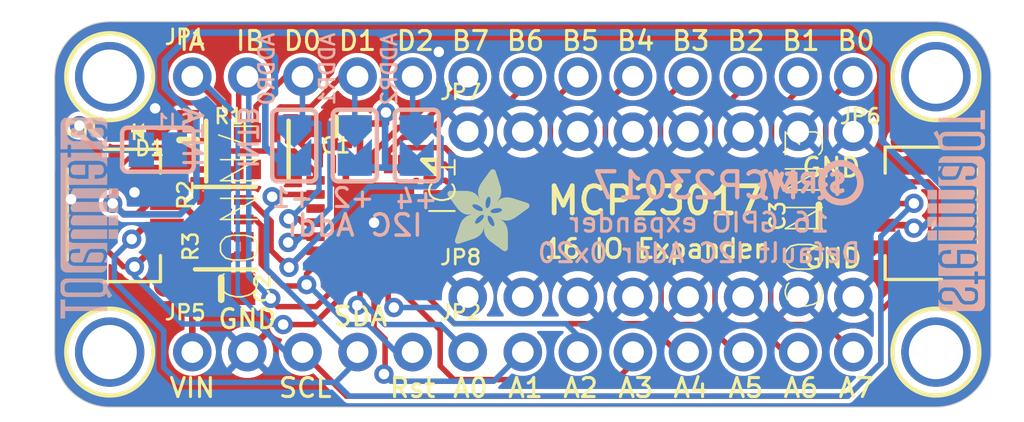
<source format=kicad_pcb>
(kicad_pcb (version 20221018) (generator pcbnew)
  (layers (0 "F.Cu" signal) (31 "B.Cu" signal) (34 "B.Paste" user) (35 "F.Paste" user) (36 "B.SilkS" user "B.Silkscreen") (37 "F.SilkS" user "F.Silkscreen") (38 "B.Mask" user) (39 "F.Mask" user) (44 "Edge.Cuts" user))
  (net 0 "")
  (net 1 "GND")
  (net 2 "SDA")
  (net 3 "SCL")
  (net 4 "RESET")
  (net 5 "VCC")
  (net 6 "N$1")
  (net 7 "GPA0")
  (net 8 "GPA1")
  (net 9 "GPA2")
  (net 10 "GPA3")
  (net 11 "GPA4")
  (net 12 "GPA5")
  (net 13 "GPA6")
  (net 14 "GPA7")
  (net 15 "GPB0")
  (net 16 "GPB1")
  (net 17 "GPB2")
  (net 18 "GPB3")
  (net 19 "GPB4")
  (net 20 "GPB5")
  (net 21 "GPB6")
  (net 22 "GPB7")
  (net 23 "INTA")
  (net 24 "INTB")
  (net 25 "A0")
  (net 26 "A1")
  (net 27 "A2")
  (net 28 "N$2")
  (footprint "working:RESPACK_4X0603" (layer "F.Cu") (at 134.7851 105.6386 90)
    (fp_text reference "R3")
    (fp_text value "10K")
  )
  (footprint "working:MOUNTINGHOLE_2.5_PLATED" (layer "F.Cu") (at 167.5511 111.3536)
    (fp_text reference "U$21" hide)
    (fp_text value "MOUNTINGHOLE2.5" hide)
  )
  (footprint "working:MOUNTINGHOLE_2.5_PLATED" (layer "F.Cu") (at 129.4511 98.6536)
    (fp_text reference "U$1" hide)
    (fp_text value "MOUNTINGHOLE2.5" hide)
  )
  (footprint "working:FIDUCIAL_1MM" (layer "F.Cu") (at 165.9636 101.6381)
    (fp_text reference "FID4" hide)
    (fp_text value "FIDUCIAL_1MM" hide)
  )
  (footprint "working:JST_SH4" (layer "F.Cu") (at 167.4241 105.0036 90)
    (fp_text reference "CONN3")
    (fp_text value "STEMMA_I2C_QT" hide)
  )
  (footprint "working:1X08_ROUND_70" (layer "F.Cu") (at 154.8511 108.8136)
    (fp_text reference "JP8")
    (fp_text value "")
  )
  (footprint "working:1X05_ROUND_70" (layer "F.Cu") (at 138.3411 98.6536)
    (fp_text reference "JP1")
    (fp_text value "")
  )
  (footprint "working:MOUNTINGHOLE_2.5_PLATED" (layer "F.Cu") (at 129.4511 111.3536)
    (fp_text reference "U$19" hide)
    (fp_text value "MOUNTINGHOLE2.5" hide)
  )
  (footprint "working:1X08_ROUND_70" (layer "F.Cu") (at 154.8511 101.1936)
    (fp_text reference "JP7")
    (fp_text value "")
  )
  (footprint "working:QFN28-ML_6X6MM" (layer "F.Cu") (at 141.6431 105.3846 -90)
    (fp_text reference "IC1")
    (fp_text value "MCP23017ML")
  )
  (footprint "working:1X08_ROUND_70" (layer "F.Cu") (at 154.8511 98.6536 180)
    (fp_text reference "JP6")
    (fp_text value "")
  )
  (footprint "working:MOUNTINGHOLE_2.5_PLATED" (layer "F.Cu") (at 167.5511 98.6536)
    (fp_text reference "U$17" hide)
    (fp_text value "MOUNTINGHOLE2.5" hide)
  )
  (footprint "working:RESPACK_4X0603" (layer "F.Cu") (at 135.8011 102.0826)
    (fp_text reference "R1")
    (fp_text value "10K")
  )
  (footprint "working:0805-NO" (layer "F.Cu") (at 134.5946 108.4326)
    (fp_text reference "C2")
    (fp_text value "10uF")
  )
  (footprint "working:JST_SH4" (layer "F.Cu") (at 129.5781 105.0036 -90)
    (fp_text reference "CONN4")
    (fp_text value "STEMMA_I2C_QT" hide)
  )
  (footprint "working:1X08_ROUND_70" (layer "F.Cu") (at 154.8511 111.3536)
    (fp_text reference "JP2")
    (fp_text value "")
  )
  (footprint "working:0805-NO" (layer "F.Cu") (at 162.1536 105.0671 180)
    (fp_text reference "C3")
    (fp_text value "10uF")
  )
  (footprint "working:0603-NO" (layer "F.Cu") (at 139.8651 100.9396 180)
    (fp_text reference "C1")
    (fp_text value "0.1uF")
  )
  (footprint "working:0603-NO" (layer "F.Cu") (at 133.0706 101.5746 -90)
    (fp_text reference "R2")
    (fp_text value "10k")
  )
  (footprint "working:CHIPLED_0603_NOOUTLINE" (layer "F.Cu") (at 130.7846 101.1936 90)
    (fp_text reference "D1")
    (fp_text value "GREEN")
  )
  (footprint "working:1X05_ROUND_70" (layer "F.Cu") (at 138.3411 111.3536)
    (fp_text reference "JP5")
    (fp_text value "")
  )
  (footprint "working:FIDUCIAL_1MM" (layer "F.Cu") (at 131.9911 108.3056)
    (fp_text reference "FID3" hide)
    (fp_text value "FIDUCIAL_1MM" hide)
  )
  (footprint "working:ADAFRUIT_3.5MM" (layer "F.Cu") (at 145.0086 106.7181)
    (fp_text reference "U$22" hide)
    (fp_text value "" hide)
  )
  (footprint "working:PCBFEAT-REV-040" (layer "B.Cu") (at 163.1696 103.5431 180)
    (fp_text reference "U$25" hide)
    (fp_text value "" hide)
  )
  (footprint "working:SOLDERJUMPER_CLOSEDWIRE" (layer "B.Cu") (at 131.6736 102.0191 180)
    (fp_text reference "SJ1")
    (fp_text value "")
  )
  (footprint "working:SOLDERJUMPER_ARROW_NOPASTE" (layer "B.Cu") (at 140.7541 101.8286 -90)
    (fp_text reference "ADDR1")
    (fp_text value "")
  )
  (footprint "working:SOLDERJUMPER_ARROW_NOPASTE" (layer "B.Cu") (at 143.6116 101.8286 -90)
    (fp_text reference "ADDR2")
    (fp_text value "")
  )
  (footprint "working:STEMMAQT" (layer "B.Cu") (at 167.1701 109.4486 90)
    (fp_text reference "U$30" hide)
    (fp_text value "" hide)
  )
  (footprint "working:STEMMAQT" (layer "B.Cu") (at 129.8321 100.5586 -90)
    (fp_text reference "U$31" hide)
    (fp_text value "" hide)
  )
  (footprint "working:SOLDERJUMPER_ARROW_NOPASTE" (layer "B.Cu") (at 137.9601 101.8286 -90)
    (fp_text reference "ADDR0")
    (fp_text value "")
  )
  (gr_line (start 167.5511 96.1136) (end 129.4511 96.1136) (stroke (width 0.05)) (layer "Edge.Cuts"))
  (gr_arc (start 170.0911 111.3536) (mid 169.347151 113.149651) (end 167.5511 113.8936) (stroke (width 0.05)) (layer "Edge.Cuts"))
  (gr_arc (start 167.5511 96.1136) (mid 169.347151 96.857549) (end 170.0911 98.6536) (stroke (width 0.05)) (layer "Edge.Cuts"))
  (gr_arc (start 129.4511 113.8936) (mid 127.655049 113.149651) (end 126.9111 111.3536) (stroke (width 0.05)) (layer "Edge.Cuts"))
  (gr_arc (start 126.9111 98.6536) (mid 127.655049 96.857549) (end 129.4511 96.1136) (stroke (width 0.05)) (layer "Edge.Cuts"))
  (gr_line (start 126.9111 98.6536) (end 126.9111 111.3536) (stroke (width 0.05)) (layer "Edge.Cuts"))
  (gr_line (start 129.4511 113.8936) (end 167.5511 113.8936) (stroke (width 0.05)) (layer "Edge.Cuts"))
  (gr_line (start 170.0911 111.3536) (end 170.0911 98.6536) (stroke (width 0.05)) (layer "Edge.Cuts"))
  (gr_text "+1" (at 137.8966 104.2416) (layer "B.SilkS") (effects (font (size 0.87376 0.87376) (thickness 0.14224)) (justify mirror)))
  (gr_text "I2C Addr" (at 140.6906 105.5116) (layer "B.SilkS") (effects (font (size 0.98298 0.98298) (thickness 0.16002)) (justify mirror)))
  (gr_text "MCP23017" (at 156.5021 103.6701) (layer "B.SilkS") (effects (font (size 1.20142 1.20142) (thickness 0.19558)) (justify mirror)))
  (gr_text "+4" (at 143.6116 104.3051) (layer "B.SilkS") (effects (font (size 0.87376 0.87376) (thickness 0.14224)) (justify mirror)))
  (gr_text "INTA" (at 133.2611 101.4476 -90) (layer "B.SilkS") (effects (font (size 0.87376 0.87376) (thickness 0.14224)) (justify mirror)))
  (gr_text "+2" (at 140.6906 104.2416) (layer "B.SilkS") (effects (font (size 0.87376 0.87376) (thickness 0.14224)) (justify mirror)))
  (gr_text "16 GPIO expander\nDefault I2C Addr 0x20" (at 156.6291 106.0831) (layer "B.SilkS") (effects (font (size 0.87376 0.87376) (thickness 0.14224)) (justify mirror)))
  (gr_text "INTB" (at 135.8011 101.4476 -90) (layer "B.SilkS") (effects (font (size 0.87376 0.87376) (thickness 0.14224)) (justify mirror)))
  (gr_text "B6" (at 148.6281 97.0026) (layer "F.SilkS") (effects (font (size 0.87376 0.87376) (thickness 0.14224))))
  (gr_text "GND" (at 135.8011 109.8296) (layer "F.SilkS") (effects (font (size 0.87376 0.87376) (thickness 0.14224))))
  (gr_text "D0" (at 138.3411 97.0026) (layer "F.SilkS") (effects (font (size 0.87376 0.87376) (thickness 0.14224))))
  (gr_text "VIN" (at 133.2611 113.0046) (layer "F.SilkS") (effects (font (size 0.87376 0.87376) (thickness 0.14224))))
  (gr_text "A6" (at 161.3281 113.0046) (layer "F.SilkS") (effects (font (size 0.87376 0.87376) (thickness 0.14224))))
  (gr_text "B3" (at 156.2481 97.0026) (layer "F.SilkS") (effects (font (size 0.87376 0.87376) (thickness 0.14224))))
  (gr_text "GND" (at 162.7251 102.8446) (layer "F.SilkS") (effects (font (size 0.87376 0.87376) (thickness 0.14224))))
  (gr_text "D1" (at 140.8811 97.0026) (layer "F.SilkS") (effects (font (size 0.87376 0.87376) (thickness 0.14224))))
  (gr_text "16 IO Expander" (at 154.5971 106.5911) (layer "F.SilkS") (effects (font (size 0.8636 0.8636) (thickness 0.1524))))
  (gr_text "A3" (at 153.7081 113.0046) (layer "F.SilkS") (effects (font (size 0.87376 0.87376) (thickness 0.14224))))
  (gr_text "A1" (at 148.6281 113.0046) (layer "F.SilkS") (effects (font (size 0.87376 0.87376) (thickness 0.14224))))
  (gr_text "A5" (at 158.7881 113.0046) (layer "F.SilkS") (effects (font (size 0.87376 0.87376) (thickness 0.14224))))
  (gr_text "B1" (at 161.3281 97.0026) (layer "F.SilkS") (effects (font (size 0.87376 0.87376) (thickness 0.14224))))
  (gr_text "MCP23017" (at 154.5971 104.3686) (layer "F.SilkS") (effects (font (size 1.25222 1.25222) (thickness 0.22098))))
  (gr_text "Rst" (at 143.4211 113.0046) (layer "F.SilkS") (effects (font (size 0.87376 0.87376) (thickness 0.14224))))
  (gr_text "A0" (at 146.0881 113.0046) (layer "F.SilkS") (effects (font (size 0.87376 0.87376) (thickness 0.14224))))
  (gr_text "B5" (at 151.1681 97.0026) (layer "F.SilkS") (effects (font (size 0.87376 0.87376) (thickness 0.14224))))
  (gr_text "GND" (at 162.7886 107.0356) (layer "F.SilkS") (effects (font (size 0.87376 0.87376) (thickness 0.14224))))
  (gr_text "A7" (at 163.8681 113.0046) (layer "F.SilkS") (effects (font (size 0.87376 0.87376) (thickness 0.14224))))
  (gr_text "on" (at 127.2286 101.4476) (layer "F.SilkS") (effects (font (size 0.89408 0.89408) (thickness 0.12192)) (justify left bottom)))
  (gr_text "B0" (at 163.8681 97.0026) (layer "F.SilkS") (effects (font (size 0.87376 0.87376) (thickness 0.14224))))
  (gr_text "A4" (at 156.2481 113.0046) (layer "F.SilkS") (effects (font (size 0.87376 0.87376) (thickness 0.14224))))
  (gr_text "A2" (at 151.1681 113.0046) (layer "F.SilkS") (effects (font (size 0.87376 0.87376) (thickness 0.14224))))
  (gr_text "B7" (at 146.0881 97.0026) (layer "F.SilkS") (effects (font (size 0.87376 0.87376) (thickness 0.14224))))
  (gr_text "IB" (at 135.9281 97.0026) (layer "F.SilkS") (effects (font (size 0.87376 0.87376) (thickness 0.14224))))
  (gr_text "SDA" (at 141.0081 109.7026) (layer "F.SilkS") (effects (font (size 0.87376 0.87376) (thickness 0.14224))))
  (gr_text "D2" (at 143.5481 97.0026) (layer "F.SilkS") (effects (font (size 0.87376 0.87376) (thickness 0.14224))))
  (gr_text "SCL" (at 138.4681 113.0046) (layer "F.SilkS") (effects (font (size 0.87376 0.87376) (thickness 0.14224))))
  (gr_text "B2" (at 158.7881 97.0026) (layer "F.SilkS") (effects (font (size 0.87376 0.87376) (thickness 0.14224))))
  (gr_text "B4" (at 153.7081 97.0026) (layer "F.SilkS") (effects (font (size 0.87376 0.87376) (thickness 0.14224))))
  (gr_text "IA" (at 133.2611 97.0026) (layer "F.SilkS") (effects (font (size 0.87376 0.87376) (thickness 0.14224))))
  (segment (start 133.9351 103.7772) (end 133.9351 104.3386) (width 0.3048) (layer "F.Cu") (net 1))
  (segment (start 140.3431 104.0846) (end 141.6431 105.3846) (width 0.3048) (layer "F.Cu") (net 1))
  (segment (start 139.7381 99.9236) (end 141.438687 99.9236) (width 0.3048) (layer "F.Cu") (net 1))
  (segment (start 128.1921 102.0826) (end 128.1921 102.2036) (width 0.3048) (layer "F.Cu") (net 1))
  (segment (start 132.0921 103.5036) (end 132.9041 103.5036) (width 0.3048) (layer "F.Cu") (net 1))
  (segment (start 144.3736 97.2566) (end 144.6276 97.5106) (width 0.3048) (layer "F.Cu") (net 1))
  (segment (start 139.0151 100.5332) (end 139.2047 100.5332) (width 0.3048) (layer "F.Cu") (net 1))
  (segment (start 139.0151 100.9396) (end 139.0151 100.5332) (width 0.3048) (layer "F.Cu") (net 1))
  (segment (start 133.1387 103.7382) (end 133.8961 103.7382) (width 0.3048) (layer "F.Cu") (net 1))
  (segment (start 140.3431 102.6846) (end 140.3431 104.0846) (width 0.3048) (layer "F.Cu") (net 1))
  (segment (start 132.9041 103.5036) (end 133.1387 103.7382) (width 0.3048) (layer "F.Cu") (net 1))
  (segment (start 141.438687 99.9236) (end 142.1765 99.185788) (width 0.3048) (layer "F.Cu") (net 1))
  (segment (start 139.2047 100.5332) (end 139.2047 100.457) (width 0.3048) (layer "F.Cu") (net 1))
  (segment (start 142.2781 97.2566) (end 144.3736 97.2566) (width 0.3048) (layer "F.Cu") (net 1))
  (segment (start 139.2047 100.457) (end 139.7381 99.9236) (width 0.3048) (layer "F.Cu") (net 1))
  (segment (start 142.2781 98.036469) (end 142.2781 97.2566) (width 0.3048) (layer "F.Cu") (net 1))
  (segment (start 142.1765 98.138069) (end 142.2781 98.036469) (width 0.3048) (layer "F.Cu") (net 1))
  (segment (start 142.1765 99.185788) (end 142.1765 98.138069) (width 0.3048) (layer "F.Cu") (net 1))
  (segment (start 133.8961 103.7382) (end 133.9351 103.7772) (width 0.3048) (layer "F.Cu") (net 1))
  (via (at 144.6276 97.5106) (size 0.889) (drill 0.4826) (layers "F.Cu" "B.Cu") (net 1))
  (via (at 130.5941 103.9876) (size 0.889) (drill 0.4826) (layers "F.Cu" "B.Cu") (net 1))
  (via (at 141.6431 105.3846) (size 0.889) (drill 0.4826) (layers "F.Cu" "B.Cu") (net 1))
  (via (at 131.5466 100.1141) (size 0.889) (drill 0.4826) (layers "F.Cu" "B.Cu") (net 1))
  (via (at 127.6731 104.3051) (size 0.889) (drill 0.4826) (layers "F.Cu" "B.Cu") (net 1))
  (segment (start 133.3001 106.0386) (end 132.7651 105.5036) (width 0.254) (layer "F.Cu") (net 2))
  (segment (start 132.0921 105.5036) (end 131.1101 105.5036) (width 0.3048) (layer "F.Cu") (net 2))
  (segment (start 131.1101 105.5036) (end 130.4671 106.1466) (width 0.3048) (layer "F.Cu") (net 2))
  (segment (start 166.5271 104.5036) (end 164.9101 104.5036) (width 0.254) (layer "F.Cu") (net 2))
  (segment (start 133.3001 106.0386) (end 133.9351 106.0386) (width 0.254) (layer "F.Cu") (net 2))
  (segment (start 137.0503 104.0846) (end 136.9441 104.1908) (width 0.254) (layer "F.Cu") (net 2))
  (segment (start 132.0921 105.5036) (end 132.7651 105.5036) (width 0.254) (layer "F.Cu") (net 2))
  (segment (start 166.5351 104.4956) (end 166.5271 104.5036) (width 0.254) (layer "F.Cu") (net 2))
  (segment (start 138.9431 104.0846) (end 137.0503 104.0846) (width 0.254) (layer "F.Cu") (net 2))
  (via (at 130.4671 106.1466) (size 0.889) (drill 0.4826) (layers "F.Cu" "B.Cu") (net 2))
  (via (at 166.5351 104.4956) (size 0.889) (drill 0.4826) (layers "F.Cu" "B.Cu") (net 2))
  (via (at 136.9441 104.1908) (size 0.889) (drill 0.4826) (layers "F.Cu" "B.Cu") (net 2))
  (segment (start 132.6261 112.7506) (end 139.8651 112.7506) (width 0.254) (layer "B.Cu") (net 2))
  (segment (start 165.0111 106.0196) (end 165.0111 111.8616) (width 0.254) (layer "B.Cu") (net 2))
  (segment (start 129.667 108.099863) (end 131.9417 110.374563) (width 0.254) (layer "B.Cu") (net 2))
  (segment (start 136.6901 104.8893) (end 136.6901 107.515794) (width 0.254) (layer "B.Cu") (net 2))
  (segment (start 136.9441 104.6353) (end 136.6901 104.8893) (width 0.254) (layer "B.Cu") (net 2))
  (segment (start 163.4871 113.3856) (end 165.0111 111.8616) (width 0.254) (layer "B.Cu") (net 2))
  (segment (start 140.8811 111.7346) (end 140.8811 111.3536) (width 0.254) (layer "B.Cu") (net 2))
  (segment (start 131.9417 112.0662) (end 132.6261 112.7506) (width 0.254) (layer "B.Cu") (net 2))
  (segment (start 139.8651 112.7506) (end 140.5001 113.3856) (width 0.254) (layer "B.Cu") (net 2))
  (segment (start 140.527906 111.3536) (end 140.8811 111.3536) (width 0.254) (layer "B.Cu") (net 2))
  (segment (start 129.667 106.9467) (end 129.667 108.099863) (width 0.254) (layer "B.Cu") (net 2))
  (segment (start 140.527906 111.3536) (end 136.6901 107.515794) (width 0.254) (layer "B.Cu") (net 2))
  (segment (start 140.5001 113.3856) (end 163.4871 113.3856) (width 0.254) (layer "B.Cu") (net 2))
  (segment (start 130.4671 106.1466) (end 129.667 106.9467) (width 0.254) (layer "B.Cu") (net 2))
  (segment (start 136.9441 104.1908) (end 136.9441 104.6353) (width 0.254) (layer "B.Cu") (net 2))
  (segment (start 131.9417 110.374563) (end 131.9417 112.0662) (width 0.254) (layer "B.Cu") (net 2))
  (segment (start 165.0111 106.0196) (end 166.5351 104.4956) (width 0.254) (layer "B.Cu") (net 2))
  (segment (start 139.8651 112.7506) (end 140.8811 111.7346) (width 0.254) (layer "B.Cu") (net 2))
  (segment (start 167.6781 106.7816) (end 167.6781 103.9876) (width 0.254) (layer "F.Cu") (net 3))
  (segment (start 130.3274 102.4128) (end 131.9149 102.4128) (width 0.2032) (layer "F.Cu") (net 3))
  (segment (start 131.5071 106.5036) (end 130.5941 107.4166) (width 0.3048) (layer "F.Cu") (net 3))
  (segment (start 140.3731 113.3856) (end 163.4871 113.3856) (width 0.254) (layer "F.Cu") (net 3))
  (segment (start 133.4271 106.9386) (end 133.9351 106.9386) (width 0.254) (layer "F.Cu") (net 3))
  (segment (start 137.9601 102.0826) (end 138.9431 103.0656) (width 0.254) (layer "F.Cu") (net 3))
  (segment (start 133.4271 106.9386) (end 132.9921 106.5036) (width 0.254) (layer "F.Cu") (net 3))
  (segment (start 130.0861 107.4166) (end 128.8161 106.1466) (width 0.254) (layer "F.Cu") (net 3))
  (segment (start 163.4871 113.3856) (end 165.0111 111.8616) (width 0.254) (layer "F.Cu") (net 3))
  (segment (start 132.0921 106.5036) (end 132.9921 106.5036) (width 0.254) (layer "F.Cu") (net 3))
  (segment (start 128.8161 106.1466) (end 128.8161 103.9241) (width 0.254) (layer "F.Cu") (net 3))
  (segment (start 138.9431 103.4346) (end 138.9431 103.0656) (width 0.254) (layer "F.Cu") (net 3))
  (segment (start 133.9389 102.0826) (end 133.9389 101.5746) (width 0.2032) (layer "F.Cu") (net 3))
  (segment (start 128.8161 103.9241) (end 130.3274 102.4128) (width 0.2032) (layer "F.Cu") (net 3))
  (segment (start 167.6781 103.9876) (end 167.1941 103.5036) (width 0.254) (layer "F.Cu") (net 3))
  (segment (start 132.2394 101.5746) (end 133.9389 101.5746) (width 0.2032) (layer "F.Cu") (net 3))
  (segment (start 138.3411 111.3536) (end 140.3731 113.3856) (width 0.254) (layer "F.Cu") (net 3))
  (segment (start 167.1941 103.5036) (end 164.9101 103.5036) (width 0.254) (layer "F.Cu") (net 3))
  (segment (start 165.0111 109.4486) (end 167.6781 106.7816) (width 0.254) (layer "F.Cu") (net 3))
  (segment (start 134.0231 102.0826) (end 137.9601 102.0826) (width 0.254) (layer "F.Cu") (net 3))
  (segment (start 130.5941 107.4166) (end 130.0861 107.4166) (width 0.254) (layer "F.Cu") (net 3))
  (segment (start 132.0921 106.5036) (end 131.5071 106.5036) (width 0.3048) (layer "F.Cu") (net 3))
  (segment (start 132.2394 102.0883) (end 132.2394 101.5746) (width 0.2032) (layer "F.Cu") (net 3))
  (segment (start 133.9389 102.0826) (end 134.0231 102.0826) (width 0.2032) (layer "F.Cu") (net 3))
  (segment (start 165.0111 111.8616) (end 165.0111 109.4486) (width 0.254) (layer "F.Cu") (net 3))
  (segment (start 131.9149 102.4128) (end 132.2394 102.0883) (width 0.2032) (layer "F.Cu") (net 3))
  (via (at 130.5941 107.4166) (size 0.889) (drill 0.4826) (layers "F.Cu" "B.Cu") (net 3))
  (segment (start 132.8072 110.0582) (end 130.5941 107.8451) (width 0.254) (layer "B.Cu") (net 3))
  (segment (start 130.5941 107.4166) (end 130.5941 107.8451) (width 0.254) (layer "B.Cu") (net 3))
  (segment (start 137.5791 111.3536) (end 136.2837 110.0582) (width 0.254) (layer "B.Cu") (net 3))
  (segment (start 132.8072 110.0582) (end 136.2837 110.0582) (width 0.254) (layer "B.Cu") (net 3))
  (segment (start 137.5791 111.3536) (end 138.3411 111.3536) (width 0.254) (layer "B.Cu") (net 3))
  (segment (start 138.5316 107.7461) (end 138.5316 108.2421) (width 0.254) (layer "F.Cu") (net 4))
  (segment (start 135.6351 105.2386) (end 136.1631 105.2386) (width 0.254) (layer "F.Cu") (net 4))
  (segment (start 138.5316 108.2421) (end 138.4681 108.3056) (width 0.254) (layer "F.Cu") (net 4))
  (segment (start 136.4361 105.5116) (end 136.4361 107.2896) (width 0.254) (layer "F.Cu") (net 4))
  (segment (start 136.1631 105.2386) (end 136.4361 105.5116) (width 0.254) (layer "F.Cu") (net 4))
  (segment (start 138.4681 108.3056) (end 137.4521 108.3056) (width 0.254) (layer "F.Cu") (net 4))
  (segment (start 138.9431 107.3346) (end 138.5316 107.7461) (width 0.254) (layer "F.Cu") (net 4))
  (segment (start 137.4521 108.3056) (end 136.4361 107.2896) (width 0.254) (layer "F.Cu") (net 4))
  (via (at 138.5316 108.2421) (size 0.889) (drill 0.4826) (layers "F.Cu" "B.Cu") (net 4))
  (segment (start 140.4366 110.0836) (end 141.3891 110.0836) (width 0.254) (layer "B.Cu") (net 4))
  (segment (start 142.6591 111.3536) (end 143.4211 111.3536) (width 0.254) (layer "B.Cu") (net 4))
  (segment (start 140.4366 110.0836) (end 138.5951 108.2421) (width 0.254) (layer "B.Cu") (net 4))
  (segment (start 141.3891 110.0836) (end 142.6591 111.3536) (width 0.254) (layer "B.Cu") (net 4))
  (segment (start 138.5316 108.2421) (end 138.5951 108.2421) (width 0.254) (layer "B.Cu") (net 4))
  (segment (start 131.2211 104.5036) (end 130.7338 104.9909) (width 0.3048) (layer "F.Cu") (net 5))
  (segment (start 133.3581 102.9326) (end 133.1431 102.7176) (width 0.3048) (layer "F.Cu") (net 5))
  (segment (start 140.7151 100.9396) (end 140.9931 101.2176) (width 0.3048) (layer "F.Cu") (net 5))
  (segment (start 142.1892 100.8126) (end 140.8421 100.8126) (width 0.3048) (layer "F.Cu") (net 5))
  (segment (start 130.5941 102.8446) (end 129.7051 103.7336) (width 0.254) (layer "F.Cu") (net 5))
  (segment (start 129.7051 104.3813) (end 129.5908 104.4956) (width 0.3048) (layer "F.Cu") (net 5))
  (segment (start 130.0861 104.9909) (end 129.5908 104.4956) (width 0.3048) (layer "F.Cu") (net 5))
  (segment (start 134.5011 102.9326) (end 133.3581 102.9326) (width 0.3048) (layer "F.Cu") (net 5))
  (segment (start 135.6351 106.9386) (end 135.1386 106.9386) (width 0.3048) (layer "F.Cu") (net 5))
  (segment (start 133.0706 102.7176) (end 133.0706 102.8446) (width 0.3048) (layer "F.Cu") (net 5))
  (segment (start 166.4001 105.5036) (end 166.5351 105.6386) (width 0.3048) (layer "F.Cu") (net 5))
  (segment (start 164.9101 105.5036) (end 163.5401 105.5036) (width 0.3048) (layer "F.Cu") (net 5))
  (segment (start 131.2211 104.5036) (end 132.0921 104.5036) (width 0.3048) (layer "F.Cu") (net 5))
  (segment (start 135.6351 106.0386) (end 135.112993 106.0386) (width 0.3048) (layer "F.Cu") (net 5))
  (segment (start 133.4961 105.2386) (end 133.9351 105.2386) (width 0.3048) (layer "F.Cu") (net 5))
  (segment (start 133.2611 111.3536) (end 133.2611 108.8161) (width 0.3048) (layer "F.Cu") (net 5))
  (segment (start 133.0706 102.8446) (end 130.5941 102.8446) (width 0.254) (layer "F.Cu") (net 5))
  (segment (start 135.1386 106.9386) (end 133.6446 108.4326) (width 0.3048) (layer "F.Cu") (net 5))
  (segment (start 130.7338 104.9909) (end 130.0861 104.9909) (width 0.3048) (layer "F.Cu") (net 5))
  (segment (start 132.7611 104.5036) (end 133.4961 105.2386) (width 0.3048) (layer "F.Cu") (net 5))
  (segment (start 142.1892 100.3046) (end 142.1892 100.8126) (width 0.3048) (layer "F.Cu") (net 5))
  (segment (start 164.9101 105.5036) (end 166.4001 105.5036) (width 0.3048) (layer "F.Cu") (net 5))
  (segment (start 132.0921 104.5036) (end 132.7611 104.5036) (width 0.3048) (layer "F.Cu") (net 5))
  (segment (start 163.5401 105.5036) (end 163.1036 105.0671) (width 0.3048) (layer "F.Cu") (net 5))
  (segment (start 133.2611 108.8161) (end 133.6446 108.4326) (width 0.3048) (layer "F.Cu") (net 5))
  (segment (start 135.6351 106.9386) (end 135.6351 106.0386) (width 0.3048) (layer "F.Cu") (net 5))
  (segment (start 133.1431 102.7176) (end 133.0706 102.7176) (width 0.3048) (layer "F.Cu") (net 5))
  (segment (start 134.312996 105.2386) (end 133.9351 105.2386) (width 0.3048) (layer "F.Cu") (net 5))
  (segment (start 140.7151 100.9396) (end 140.8421 100.8126) (width 0.3048) (layer "F.Cu") (net 5))
  (segment (start 135.112993 106.0386) (end 134.312996 105.2386) (width 0.3048) (layer "F.Cu") (net 5))
  (segment (start 133.0706 102.4246) (end 133.0706 102.7176) (width 0.3048) (layer "F.Cu") (net 5))
  (segment (start 140.9931 101.2176) (end 140.9931 102.6846) (width 0.3048) (layer "F.Cu") (net 5))
  (segment (start 129.7051 103.7336) (end 129.7051 104.3813) (width 0.3048) (layer "F.Cu") (net 5))
  (segment (start 134.5011 102.9326) (end 135.4011 102.9326) (width 0.3048) (layer "F.Cu") (net 5))
  (via (at 166.5351 105.6386) (size 0.889) (drill 0.4826) (layers "F.Cu" "B.Cu") (net 5))
  (via (at 142.1892 100.3046) (size 0.889) (drill 0.4826) (layers "F.Cu" "B.Cu") (net 5))
  (via (at 129.5908 104.4956) (size 0.889) (drill 0.4826) (layers "F.Cu" "B.Cu") (net 5))
  (segment (start 133.2611 96.6216) (end 131.9911 97.8916) (width 0.3048) (layer "B.Cu") (net 5))
  (segment (start 166.9161 105.6386) (end 167.4241 105.1306) (width 0.3048) (layer "B.Cu") (net 5))
  (segment (start 142.1511 102.8446) (end 140.7541 102.8446) (width 0.3048) (layer "B.Cu") (net 5))
  (segment (start 137.5791 102.8446) (end 136.6266 101.8921) (width 0.3048) (layer "B.Cu") (net 5))
  (segment (start 167.4241 103.9876) (end 165.0619 101.6254) (width 0.3048) (layer "B.Cu") (net 5))
  (segment (start 165.0619 98.159107) (end 163.524393 96.6216) (width 0.3048) (layer "B.Cu") (net 5))
  (segment (start 132.6896 105.0036) (end 130.0988 105.0036) (width 0.3048) (layer "B.Cu") (net 5))
  (segment (start 135.9281 96.6216) (end 137.0711 97.7646) (width 0.3048) (layer "B.Cu") (net 5))
  (segment (start 133.4516 104.2416) (end 132.6896 105.0036) (width 0.3048) (layer "B.Cu") (net 5))
  (segment (start 131.9911 97.8916) (end 131.9911 99.1616) (width 0.3048) (layer "B.Cu") (net 5))
  (segment (start 163.524393 96.6216) (end 141.8336 96.6216) (width 0.3048) (layer "B.Cu") (net 5))
  (segment (start 142.1511 96.9391) (end 141.8336 96.6216) (width 0.3048) (layer "B.Cu") (net 5))
  (segment (start 137.0711 99.4156) (end 136.6266 99.8601) (width 0.3048) (layer "B.Cu") (net 5))
  (segment (start 137.0711 97.7646) (end 137.0711 99.4156) (width 0.3048) (layer "B.Cu") (net 5))
  (segment (start 131.9911 99.1616) (end 133.4516 100.6221) (width 0.3048) (layer "B.Cu") (net 5))
  (segment (start 141.8336 96.6216) (end 135.9281 96.6216) (width 0.3048) (layer "B.Cu") (net 5))
  (segment (start 142.1892 100.3046) (end 142.1511 100.3427) (width 0.3048) (layer "B.Cu") (net 5))
  (segment (start 142.1511 96.9391) (end 142.1511 100.2665) (width 0.3048) (layer "B.Cu") (net 5))
  (segment (start 167.4241 105.1306) (end 167.4241 103.9876) (width 0.3048) (layer "B.Cu") (net 5))
  (segment (start 142.1892 100.3046) (end 142.1511 100.2665) (width 0.3048) (layer "B.Cu") (net 5))
  (segment (start 166.5351 105.6386) (end 166.9161 105.6386) (width 0.3048) (layer "B.Cu") (net 5))
  (segment (start 142.1511 100.3427) (end 142.1511 102.8446) (width 0.3048) (layer "B.Cu") (net 5))
  (segment (start 129.5908 104.4956) (end 130.0988 105.0036) (width 0.3048) (layer "B.Cu") (net 5))
  (segment (start 165.0619 101.6254) (end 165.0619 98.159107) (width 0.3048) (layer "B.Cu") (net 5))
  (segment (start 137.9601 102.8446) (end 137.5791 102.8446) (width 0.3048) (layer "B.Cu") (net 5))
  (segment (start 133.4516 100.6221) (end 133.4516 104.2416) (width 0.3048) (layer "B.Cu") (net 5))
  (segment (start 133.2611 96.6216) (end 135.9281 96.6216) (width 0.3048) (layer "B.Cu") (net 5))
  (segment (start 143.6116 102.8446) (end 142.1511 102.8446) (width 0.3048) (layer "B.Cu") (net 5))
  (segment (start 136.6266 99.8601) (end 136.6266 101.8921) (width 0.3048) (layer "B.Cu") (net 5))
  (segment (start 131.5346 101.1936) (end 131.9911 101.1936) (width 0.254) (layer "F.Cu") (net 6))
  (segment (start 132.4601 100.7246) (end 131.9911 101.1936) (width 0.254) (layer "F.Cu") (net 6))
  (segment (start 132.4601 100.7246) (end 133.0706 100.7246) (width 0.254) (layer "F.Cu") (net 6))
  (segment (start 140.9931 109.0699) (end 140.8684 109.1946) (width 0.254) (layer "F.Cu") (net 7))
  (segment (start 140.9931 108.0846) (end 140.9931 109.0699) (width 0.254) (layer "F.Cu") (net 7))
  (via (at 140.8684 109.1946) (size 0.889) (drill 0.4826) (layers "F.Cu" "B.Cu") (net 7))
  (segment (start 142.1384 110.0836) (end 144.6911 110.0836) (width 0.254) (layer "B.Cu") (net 7))
  (segment (start 140.8684 109.1946) (end 141.2494 109.1946) (width 0.254) (layer "B.Cu") (net 7))
  (segment (start 142.1384 110.0836) (end 141.2494 109.1946) (width 0.254) (layer "B.Cu") (net 7))
  (segment (start 144.6911 110.0836) (end 145.9611 111.3536) (width 0.254) (layer "B.Cu") (net 7))
  (segment (start 141.6431 108.0846) (end 141.6431 110.2436) (width 0.254) (layer "F.Cu") (net 8))
  (segment (start 142.1511 110.7516) (end 141.6431 110.2436) (width 0.254) (layer "F.Cu") (net 8))
  (segment (start 142.1511 112.317107) (end 142.098606 112.3696) (width 0.254) (layer "F.Cu") (net 8))
  (segment (start 142.1511 110.7516) (end 142.1511 112.317107) (width 0.254) (layer "F.Cu") (net 8))
  (via (at 142.098606 112.3696) (size 0.889) (drill 0.4826) (layers "F.Cu" "B.Cu") (net 8))
  (segment (start 147.15724 112.69746) (end 142.426465 112.69746) (width 0.254) (layer "B.Cu") (net 8))
  (segment (start 147.15724 112.69746) (end 148.5011 111.3536) (width 0.254) (layer "B.Cu") (net 8))
  (segment (start 142.098606 112.3696) (end 142.426465 112.69746) (width 0.254) (layer "B.Cu") (net 8))
  (segment (start 142.2931 109.035194) (end 142.555803 109.297897) (width 0.254) (layer "F.Cu") (net 9))
  (segment (start 142.2931 108.0846) (end 142.2931 109.035194) (width 0.254) (layer "F.Cu") (net 9))
  (via (at 142.555803 109.297897) (size 0.889) (drill 0.4826) (layers "F.Cu" "B.Cu") (net 9))
  (segment (start 150.495 110.0455) (end 151.0411 110.5916) (width 0.254) (layer "B.Cu") (net 9))
  (segment (start 145.350131 110.0455) (end 150.495 110.0455) (width 0.254) (layer "B.Cu") (net 9))
  (segment (start 144.602528 109.297897) (end 145.350131 110.0455) (width 0.254) (layer "B.Cu") (net 9))
  (segment (start 151.0411 110.5916) (end 151.0411 111.3536) (width 0.254) (layer "B.Cu") (net 9))
  (segment (start 144.602528 109.297897) (end 142.555803 109.297897) (width 0.254) (layer "B.Cu") (net 9))
  (segment (start 142.9431 108.5896) (end 144.6911 110.3376) (width 0.254) (layer "F.Cu") (net 10))
  (segment (start 144.6911 111.989969) (end 145.324731 112.6236) (width 0.254) (layer "F.Cu") (net 10))
  (segment (start 144.6911 110.3376) (end 144.6911 111.989969) (width 0.254) (layer "F.Cu") (net 10))
  (segment (start 153.5811 111.8616) (end 153.5811 111.3536) (width 0.254) (layer "F.Cu") (net 10))
  (segment (start 142.9431 108.0846) (end 142.9431 108.5896) (width 0.254) (layer "F.Cu") (net 10))
  (segment (start 145.324731 112.6236) (end 152.8191 112.6236) (width 0.254) (layer "F.Cu") (net 10))
  (segment (start 152.8191 112.6236) (end 153.5811 111.8616) (width 0.254) (layer "F.Cu") (net 10))
  (segment (start 143.5931 108.0846) (end 143.5931 108.288469) (width 0.254) (layer "F.Cu") (net 11))
  (segment (start 155.6131 111.3536) (end 156.1211 111.3536) (width 0.254) (layer "F.Cu") (net 11))
  (segment (start 155.6131 111.3536) (end 154.305 110.0455) (width 0.254) (layer "F.Cu") (net 11))
  (segment (start 145.350131 110.0455) (end 154.305 110.0455) (width 0.254) (layer "F.Cu") (net 11))
  (segment (start 145.350131 110.0455) (end 143.5931 108.288469) (width 0.254) (layer "F.Cu") (net 11))
  (segment (start 158.2801 111.3536) (end 157.0101 110.0836) (width 0.254) (layer "F.Cu") (net 12))
  (segment (start 154.8765 108.075632) (end 154.135468 107.3346) (width 0.254) (layer "F.Cu") (net 12))
  (segment (start 155.6131 110.0836) (end 157.0101 110.0836) (width 0.254) (layer "F.Cu") (net 12))
  (segment (start 144.3431 107.3346) (end 154.135468 107.3346) (width 0.254) (layer "F.Cu") (net 12))
  (segment (start 158.2801 111.3536) (end 158.6611 111.3536) (width 0.254) (layer "F.Cu") (net 12))
  (segment (start 154.8765 109.347) (end 155.6131 110.0836) (width 0.254) (layer "F.Cu") (net 12))
  (segment (start 154.8765 108.075632) (end 154.8765 109.347) (width 0.254) (layer "F.Cu") (net 12))
  (segment (start 144.3431 106.6846) (end 156.2781 106.6846) (width 0.254) (layer "F.Cu") (net 13))
  (segment (start 157.3657 109.424569) (end 158.050131 110.109) (width 0.254) (layer "F.Cu") (net 13))
  (segment (start 158.050131 110.109) (end 159.3215 110.109) (width 0.254) (layer "F.Cu") (net 13))
  (segment (start 157.3657 107.7722) (end 157.3657 109.424569) (width 0.254) (layer "F.Cu") (net 13))
  (segment (start 159.3215 110.109) (end 160.5661 111.3536) (width 0.254) (layer "F.Cu") (net 13))
  (segment (start 160.5661 111.3536) (end 161.2011 111.3536) (width 0.254) (layer "F.Cu") (net 13))
  (segment (start 156.2781 106.6846) (end 157.3657 107.7722) (width 0.254) (layer "F.Cu") (net 13))
  (segment (start 159.9311 107.7976) (end 159.9311 109.3216) (width 0.254) (layer "F.Cu") (net 14))
  (segment (start 144.3431 106.0346) (end 158.1681 106.0346) (width 0.254) (layer "F.Cu") (net 14))
  (segment (start 160.6931 110.0836) (end 162.4711 110.0836) (width 0.254) (layer "F.Cu") (net 14))
  (segment (start 162.4711 110.0836) (end 163.7411 111.3536) (width 0.254) (layer "F.Cu") (net 14))
  (segment (start 158.1681 106.0346) (end 159.9311 107.7976) (width 0.254) (layer "F.Cu") (net 14))
  (segment (start 159.9311 109.3216) (end 160.6931 110.0836) (width 0.254) (layer "F.Cu") (net 14))
  (segment (start 158.9151 105.3846) (end 162.4711 101.8286) (width 0.254) (layer "F.Cu") (net 15))
  (segment (start 162.4711 101.8286) (end 162.4711 99.9236) (width 0.254) (layer "F.Cu") (net 15))
  (segment (start 162.4711 99.9236) (end 163.7411 98.6536) (width 0.254) (layer "F.Cu") (net 15))
  (segment (start 144.3431 105.3846) (end 158.9151 105.3846) (width 0.254) (layer "F.Cu") (net 15))
  (segment (start 144.3431 104.7346) (end 157.013518 104.7346) (width 0.254) (layer "F.Cu") (net 16))
  (segment (start 161.2011 99.287232) (end 161.2011 98.6536) (width 0.254) (layer "F.Cu") (net 16))
  (segment (start 159.9692 101.778919) (end 159.9692 100.519132) (width 0.254) (layer "F.Cu") (net 16))
  (segment (start 157.013518 104.7346) (end 159.9692 101.778919) (width 0.254) (layer "F.Cu") (net 16))
  (segment (start 159.9692 100.519132) (end 161.2011 99.287232) (width 0.254) (layer "F.Cu") (net 16))
  (segment (start 155.1305 104.0892) (end 157.3657 101.854) (width 0.254) (layer "F.Cu") (net 17))
  (segment (start 157.3657 100.455632) (end 158.6611 99.160232) (width 0.254) (layer "F.Cu") (net 17))
  (segment (start 157.3657 101.854) (end 157.3657 100.455632) (width 0.254) (layer "F.Cu") (net 17))
  (segment (start 144.3431 104.0846) (end 145.1051 104.0846) (width 0.254) (layer "F.Cu") (net 17))
  (segment (start 145.1005 104.0892) (end 145.1051 104.0846) (width 0.254) (layer "F.Cu") (net 17))
  (segment (start 158.6611 99.160232) (end 158.6611 98.6536) (width 0.254) (layer "F.Cu") (net 17))
  (segment (start 155.1305 104.0892) (end 145.1005 104.0892) (width 0.254) (layer "F.Cu") (net 17))
  (segment (start 144.3431 103.4346) (end 144.934843 103.4346) (width 0.254) (layer "F.Cu") (net 18))
  (segment (start 154.8511 99.9236) (end 156.1211 98.6536) (width 0.254) (layer "F.Cu") (net 18))
  (segment (start 144.934843 103.4346) (end 145.005243 103.505) (width 0.254) (layer "F.Cu") (net 18))
  (segment (start 145.005243 103.505) (end 153.3017 103.505) (width 0.254) (layer "F.Cu") (net 18))
  (segment (start 154.8511 101.9556) (end 154.8511 99.9236) (width 0.254) (layer "F.Cu") (net 18))
  (segment (start 153.3017 103.505) (end 154.8511 101.9556) (width 0.254) (layer "F.Cu") (net 18))
  (segment (start 144.894925 102.6846) (end 145.258125 103.0478) (width 0.254) (layer "F.Cu") (net 19))
  (segment (start 152.3111 99.9236) (end 153.5811 98.6536) (width 0.254) (layer "F.Cu") (net 19))
  (segment (start 151.1681 103.0478) (end 152.3111 101.9048) (width 0.254) (layer "F.Cu") (net 19))
  (segment (start 152.3111 101.9048) (end 152.3111 99.9236) (width 0.254) (layer "F.Cu") (net 19))
  (segment (start 145.258125 103.0478) (end 151.1681 103.0478) (width 0.254) (layer "F.Cu") (net 19))
  (segment (start 143.5931 102.6846) (end 144.894925 102.6846) (width 0.254) (layer "F.Cu") (net 19))
  (segment (start 149.7711 101.9556) (end 149.7711 99.9236) (width 0.254) (layer "F.Cu") (net 20))
  (segment (start 149.7711 99.9236) (end 151.0411 98.6536) (width 0.254) (layer "F.Cu") (net 20))
  (segment (start 149.1361 102.5906) (end 149.7711 101.9556) (width 0.254) (layer "F.Cu") (net 20))
  (segment (start 145.578731 102.5906) (end 149.1361 102.5906) (width 0.254) (layer "F.Cu") (net 20))
  (segment (start 142.9431 102.6846) (end 142.9431 102.1796) (width 0.254) (layer "F.Cu") (net 20))
  (segment (start 143.1933 101.9294) (end 144.917531 101.9294) (width 0.254) (layer "F.Cu") (net 20))
  (segment (start 144.917531 101.9294) (end 145.578731 102.5906) (width 0.254) (layer "F.Cu") (net 20))
  (segment (start 142.9431 102.1796) (end 143.1933 101.9294) (width 0.254) (layer "F.Cu") (net 20))
  (segment (start 142.2931 102.1311) (end 142.9766 101.4476) (width 0.254) (layer "F.Cu") (net 21))
  (segment (start 143.927731 101.4476) (end 145.477131 99.8982) (width 0.254) (layer "F.Cu") (net 21))
  (segment (start 145.477131 99.8982) (end 147.7645 99.8982) (width 0.254) (layer "F.Cu") (net 21))
  (segment (start 148.5011 99.1616) (end 148.5011 98.6536) (width 0.254) (layer "F.Cu") (net 21))
  (segment (start 142.2931 102.6846) (end 142.2931 102.1311) (width 0.254) (layer "F.Cu") (net 21))
  (segment (start 142.9766 101.4476) (end 143.927731 101.4476) (width 0.254) (layer "F.Cu") (net 21))
  (segment (start 147.7645 99.8982) (end 148.5011 99.1616) (width 0.254) (layer "F.Cu") (net 21))
  (segment (start 141.6431 102.6846) (end 141.6431 102.134519) (width 0.254) (layer "F.Cu") (net 22))
  (segment (start 145.9611 98.7171) (end 143.6878 100.9904) (width 0.254) (layer "F.Cu") (net 22))
  (segment (start 142.787218 100.9904) (end 143.6878 100.9904) (width 0.254) (layer "F.Cu") (net 22))
  (segment (start 145.9611 98.7171) (end 145.9611 98.6536) (width 0.254) (layer "F.Cu") (net 22))
  (segment (start 142.787218 100.9904) (end 141.6431 102.134519) (width 0.254) (layer "F.Cu") (net 22))
  (segment (start 138.8491 110.0836) (end 137.4521 110.0836) (width 0.254) (layer "F.Cu") (net 23))
  (segment (start 140.3431 108.0846) (end 140.3431 108.5896) (width 0.254) (layer "F.Cu") (net 23))
  (segment (start 134.5011 99.8936) (end 133.2611 98.6536) (width 0.254) (layer "F.Cu") (net 23))
  (segment (start 140.3431 108.5896) (end 138.8491 110.0836) (width 0.254) (layer "F.Cu") (net 23))
  (segment (start 134.5011 101.2326) (end 134.5011 99.8936) (width 0.254) (layer "F.Cu") (net 23))
  (via (at 137.4521 110.0836) (size 0.889) (drill 0.4826) (layers "F.Cu" "B.Cu") (net 23))
  (segment (start 135.3566 100.4951) (end 135.3566 108.6739) (width 0.2032) (layer "B.Cu") (net 23))
  (segment (start 133.5151 98.6536) (end 133.2611 98.6536) (width 0.254) (layer "B.Cu") (net 23))
  (segment (start 137.0076 110.0836) (end 137.4521 110.0836) (width 0.254) (layer "B.Cu") (net 23))
  (segment (start 136.3091 109.6264) (end 136.462562 109.6264) (width 0.2032) (layer "B.Cu") (net 23))
  (segment (start 136.919762 110.0836) (end 137.0076 110.0836) (width 0.2032) (layer "B.Cu") (net 23))
  (segment (start 135.3566 100.4951) (end 133.5151 98.6536) (width 0.254) (layer "B.Cu") (net 23))
  (segment (start 136.462562 109.6264) (end 136.919762 110.0836) (width 0.2032) (layer "B.Cu") (net 23))
  (segment (start 135.3566 108.6739) (end 136.3091 109.6264) (width 0.2032) (layer "B.Cu") (net 23))
  (segment (start 135.4011 99.0536) (end 135.8011 98.6536) (width 0.254) (layer "F.Cu") (net 24))
  (segment (start 139.6931 108.5291) (end 138.9641 109.2581) (width 0.254) (layer "F.Cu") (net 24))
  (segment (start 136.8806 108.9406) (end 136.8806 108.8771) (width 0.254) (layer "F.Cu") (net 24))
  (segment (start 138.9641 109.2581) (end 137.1981 109.2581) (width 0.254) (layer "F.Cu") (net 24))
  (segment (start 135.4011 101.2326) (end 135.4011 99.0536) (width 0.254) (layer "F.Cu") (net 24))
  (segment (start 137.1981 109.2581) (end 136.8806 108.9406) (width 0.254) (layer "F.Cu") (net 24))
  (segment (start 139.6931 108.0846) (end 139.6931 108.5291) (width 0.254) (layer "F.Cu") (net 24))
  (via (at 136.8806 108.8771) (size 0.889) (drill 0.4826) (layers "F.Cu" "B.Cu") (net 24))
  (segment (start 136.8806 108.8771) (end 135.8646 107.8611) (width 0.254) (layer "B.Cu") (net 24))
  (segment (start 135.8011 98.6536) (end 135.8646 98.7171) (width 0.254) (layer "B.Cu") (net 24))
  (segment (start 135.8646 98.7171) (end 135.8646 107.8611) (width 0.254) (layer "B.Cu") (net 24))
  (segment (start 138.1506 105.2051) (end 137.7061 105.2051) (width 0.254) (layer "F.Cu") (net 25))
  (segment (start 138.3301 105.3846) (end 138.1506 105.2051) (width 0.254) (layer "F.Cu") (net 25))
  (segment (start 137.561231 98.6536) (end 138.3411 98.6536) (width 0.254) (layer "F.Cu") (net 25))
  (segment (start 136.2011 101.2326) (end 136.2011 100.013732) (width 0.254) (layer "F.Cu") (net 25))
  (segment (start 138.9431 105.3846) (end 138.3301 105.3846) (width 0.254) (layer "F.Cu") (net 25))
  (segment (start 136.2011 100.013732) (end 137.561231 98.6536) (width 0.254) (layer "F.Cu") (net 25))
  (via (at 137.7061 105.2051) (size 0.889) (drill 0.4826) (layers "F.Cu" "B.Cu") (net 25))
  (segment (start 138.3411 100.4316) (end 138.3411 98.6536) (width 0.254) (layer "B.Cu") (net 25))
  (segment (start 137.7061 105.2051) (end 137.7696 105.2051) (width 0.254) (layer "B.Cu") (net 25))
  (segment (start 139.1031 103.8716) (end 139.1031 100.8126) (width 0.254) (layer "B.Cu") (net 25))
  (segment (start 139.1031 100.8126) (end 137.9601 100.8126) (width 0.254) (layer "B.Cu") (net 25))
  (segment (start 139.1031 103.8716) (end 137.7696 105.2051) (width 0.254) (layer "B.Cu") (net 25))
  (segment (start 138.3411 100.4316) (end 137.9601 100.8126) (width 0.254) (layer "B.Cu") (net 25))
  (segment (start 137.1011 100.2746) (end 137.3251 100.0506) (width 0.254) (layer "F.Cu") (net 26))
  (segment (start 137.1011 101.2326) (end 137.1011 100.2746) (width 0.254) (layer "F.Cu") (net 26))
  (segment (start 138.9431 106.0346) (end 137.9451 106.0346) (width 0.254) (layer "F.Cu") (net 26))
  (segment (start 140.1191 98.6536) (end 138.7221 100.0506) (width 0.254) (layer "F.Cu") (net 26))
  (segment (start 137.682396 106.297304) (end 137.9451 106.0346) (width 0.254) (layer "F.Cu") (net 26))
  (segment (start 140.8811 98.6536) (end 140.1191 98.6536) (width 0.254) (layer "F.Cu") (net 26))
  (segment (start 137.3251 100.0506) (end 138.7221 100.0506) (width 0.254) (layer "F.Cu") (net 26))
  (via (at 137.682396 106.297304) (size 0.889) (drill 0.4826) (layers "F.Cu" "B.Cu") (net 26))
  (segment (start 139.6111 100.8126) (end 139.6111 104.7057) (width 0.254) (layer "B.Cu") (net 26))
  (segment (start 137.682396 106.297304) (end 138.019496 106.297304) (width 0.254) (layer "B.Cu") (net 26))
  (segment (start 140.7541 100.8126) (end 139.6111 100.8126) (width 0.254) (layer "B.Cu") (net 26))
  (segment (start 139.6111 104.7057) (end 138.019496 106.297304) (width 0.254) (layer "B.Cu") (net 26))
  (segment (start 140.7541 98.7806) (end 140.8811 98.6536) (width 0.254) (layer "B.Cu") (net 26))
  (segment (start 140.7541 98.7806) (end 140.7541 100.8126) (width 0.254) (layer "B.Cu") (net 26))
  (segment (start 135.909681 104.3386) (end 135.6351 104.3386) (width 0.254) (layer "F.Cu") (net 27))
  (segment (start 137.7188 107.4489) (end 137.4013 107.1314) (width 0.254) (layer "F.Cu") (net 27))
  (segment (start 137.3574 107.1314) (end 136.8933 106.6673) (width 0.254) (layer "F.Cu") (net 27))
  (segment (start 136.8933 105.322219) (end 135.909681 104.3386) (width 0.254) (layer "F.Cu") (net 27))
  (segment (start 137.4013 107.1314) (end 137.3574 107.1314) (width 0.254) (layer "F.Cu") (net 27))
  (segment (start 138.9431 106.6846) (end 138.4831 106.6846) (width 0.254) (layer "F.Cu") (net 27))
  (segment (start 138.4831 106.6846) (end 137.7188 107.4489) (width 0.254) (layer "F.Cu") (net 27))
  (segment (start 136.8933 106.6673) (end 136.8933 105.322219) (width 0.254) (layer "F.Cu") (net 27))
  (via (at 137.7188 107.4489) (size 0.889) (drill 0.4826) (layers "F.Cu" "B.Cu") (net 27))
  (segment (start 144.4371 103.7336) (end 141.3891 103.7336) (width 0.254) (layer "B.Cu") (net 27))
  (segment (start 144.7292 103.4415) (end 144.4371 103.7336) (width 0.254) (layer "B.Cu") (net 27))
  (segment (start 144.7292 101.4857) (end 143.6751 100.4316) (width 0.254) (layer "B.Cu") (net 27))
  (segment (start 143.4211 100.4316) (end 143.4211 98.6536) (width 0.254) (layer "B.Cu") (net 27))
  (segment (start 141.3891 103.7336) (end 137.7188 107.4039) (width 0.254) (layer "B.Cu") (net 27))
  (segment (start 144.7292 101.4857) (end 144.7292 103.4415) (width 0.254) (layer "B.Cu") (net 27))
  (segment (start 137.7188 107.4489) (end 137.7188 107.4039) (width 0.254) (layer "B.Cu") (net 27))
  (segment (start 143.6751 100.4316) (end 143.4211 100.4316) (width 0.254) (layer "B.Cu") (net 27))
  (segment (start 143.6116 100.8126) (end 143.6116 100.3681) (width 0.254) (layer "B.Cu") (net 27))
  (segment (start 143.6751 100.4316) (end 143.6116 100.3681) (width 0.254) (layer "B.Cu") (net 27))
  (segment (start 129.1139 100.9079) (end 128.0541 100.9079) (width 0.3048) (layer "F.Cu") (net 28))
  (segment (start 130.0346 101.1936) (end 129.3996 101.1936) (width 0.3048) (layer "F.Cu") (net 28))
  (segment (start 129.3996 101.1936) (end 129.1139 100.9079) (width 0.3048) (layer "F.Cu") (net 28))
  (via (at 128.0541 100.9079) (size 0.889) (drill 0.4826) (layers "F.Cu" "B.Cu") (net 28))
  (segment (start 130.9116 102.0191) (end 129.1653 102.0191) (width 0.3048) (layer "B.Cu") (net 28))
  (segment (start 129.1653 102.0191) (end 128.0541 100.9079) (width 0.3048) (layer "B.Cu") (net 28))
  (zone (net 1) (net_name "GND") (layer "F.Cu") (priority 6) (connect_pads (clearance 0.000001)) (min_thickness 0.127) (fill yes (thermal_gap 0.304) (thermal_bridge_width 0.304))
    (polygon (pts (xy 170.2181 114.0206) (xy 126.7841 114.0206) (xy 126.7841 95.9866) (xy 170.2181 95.9866)))
  )
  (zone (net 1) (net_name "GND") (layer "B.Cu") (priority 6) (connect_pads (clearance 0.000001)) (min_thickness 0.127) (fill yes (thermal_gap 0.304) (thermal_bridge_width 0.304))
    (polygon (pts (xy 170.2181 114.0206) (xy 126.7841 114.0206) (xy 126.7841 95.9866) (xy 170.2181 95.9866)))
  )
)
</source>
